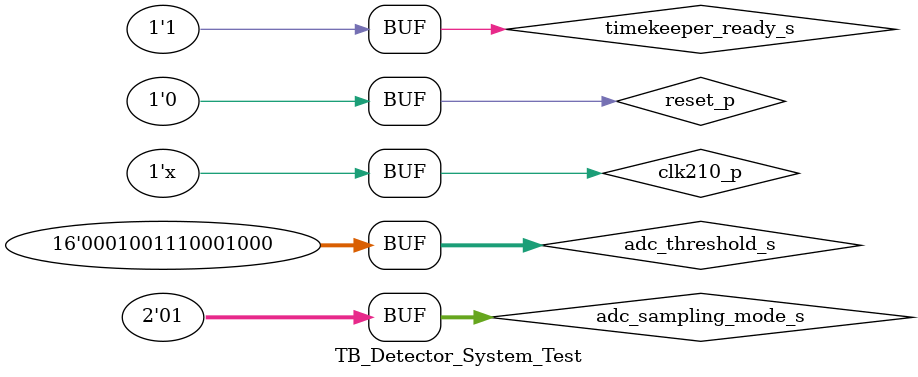
<source format=v>
`timescale 1ns / 1ps


module TB_Detector_System_Test(

    );
    
    
    reg                 clk210_p    = 1'b0;
    reg                 reset_p     = 1'b0;
    
    wire                adc_cnv_s;
    wire                adc_sck_s;
    wire                adc_sdo_s;
    
    wire        [15:0]  adc_data_in_p;
    wire                timekeeper_ready_s;
    wire        [ 1:0]  adc_sampling_mode_s;
    wire        [63:0]  timekeeper_time_s;
    wire        [15:0]  adc_threshold_s;
    wire        [15:0]  adc_1_current_data_p;
    
    //-----------------------------------------------------------------------//
    // Assignments
    //-----------------------------------------------------------------------//
    assign              adc_sampling_mode_s     = 2'b01;
    assign              timekeeper_ready_s      = 1'b1;
    assign              adc_threshold_s         = 16'd5000;
    
    always # 2.3809523 clk210_p <= ~clk210_p; // 210 MHz clock
    
    
    
	initial
		begin
			reset_p			<= 1'b1;
			#1000
			reset_p			<= 1'b0;
		end
    
    Detector_Top Detector_Top_inst(
    .clk210_p                   (clk210_p),
    .reset_p                    (reset_p),
    .adc_1_cnv_p                (adc_cnv_s),
    .adc_1_sck_p                (adc_sck_s),
    .adc_1_sdo_p                (adc_sdo_s),
    .adc_1_current_data_p       (adc_1_current_data_p),
    .timekeeper_time_p          (timekeeper_time_s),
    .timekeeper_ready_p         (timekeeper_ready_s),
    .adc_threshold_p            (adc_threshold_s),
    .adc_sampling_mode_p        (adc_sampling_mode_s)
    );
    
    
    Clock_Synchronization_Top Clock_Synchronization_inst(
    .clk210_p               (clk210_p),                 // INPUT  -  1 bit  - 210 MHz clock
	.reset_p                (reset_p),                  // INPUT  -  1 bit  - reset
	.timekeeper_time_p      (timekeeper_time_s),        // OUTPUT - 64 bits - time
	.timekeeper_ready_p     (timekeeper_ready_s)        // OUTPUT -  1 bit  - timekeeper is ready
    );
    
    TB_adc_model ADC_model_inst(
    .reset_p                (reset_p),                  // INPUT  -  1 bit  - reset
    .cnv_p                  (adc_cnv_s),                // INPUT  -  1 bit  - cnv for ADC
    .sdo_p                  (adc_sdo_s),                // OUTPUT -  1 bit  - data from the ADC model    
    .sck_p                  (adc_sck_s)                 // INPUT  -  1 bit  - SCK
    );
    
    
    
    
    
endmodule

</source>
